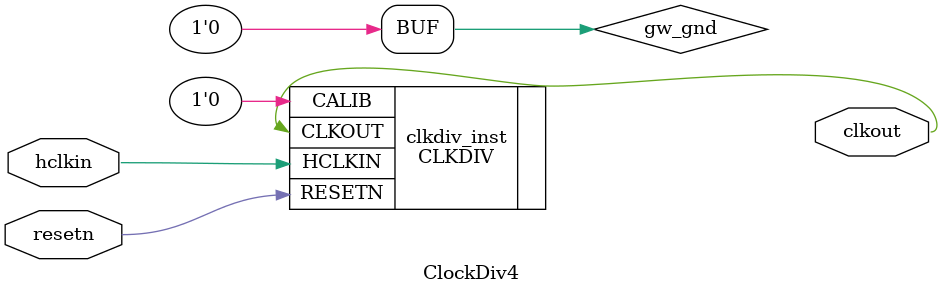
<source format=v>

module ClockDiv4 (clkout, hclkin, resetn);

output clkout;
input hclkin;
input resetn;

wire gw_gnd;

assign gw_gnd = 1'b0;

CLKDIV clkdiv_inst (
    .CLKOUT(clkout),
    .HCLKIN(hclkin),
    .RESETN(resetn),
    .CALIB(gw_gnd)
);

defparam clkdiv_inst.DIV_MODE = "4";
defparam clkdiv_inst.GSREN = "false";

endmodule //ClockDiv4

</source>
